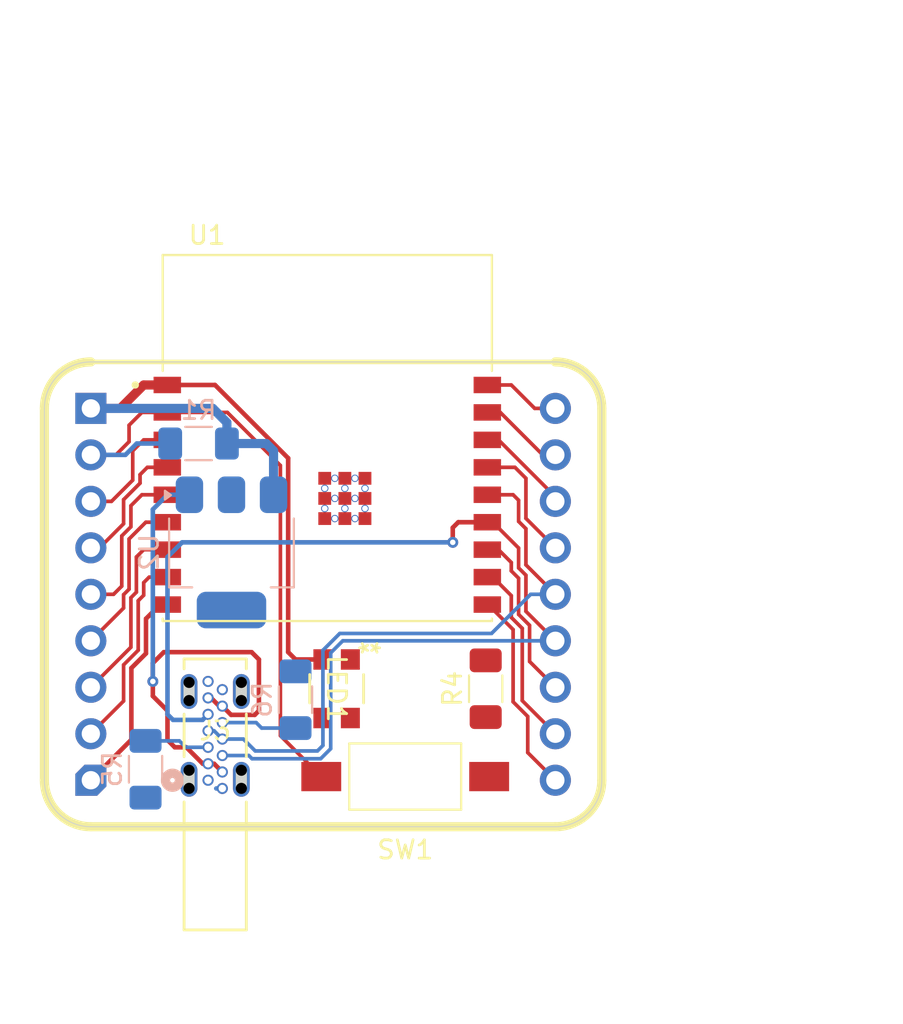
<source format=kicad_pcb>
(kicad_pcb (version 20240108) (generator "pcbnew") (generator_version "8.0")
  (layers (0 "F.Cu" signal) (1 "In1.Cu" signal "Layer 3") (2 "In2.Cu" mixed "Layer 4") (31 "B.Cu" signal) (34 "B.Paste" user) (35 "F.Paste" user) (36 "B.SilkS" user "B.Silkscreen") (37 "F.SilkS" user "F.Silkscreen") (38 "B.Mask" user) (39 "F.Mask" user) (44 "Edge.Cuts" user))
  (net 0 "")
  (net 1 "GPIO3")
  (net 2 "GND")
  (net 3 "GPIO2")
  (net 4 "GPIO1")
  (net 5 "GPIO0")
  (net 6 "GPIO4")
  (net 7 "VBUS")
  (net 8 "GPIO7")
  (net 9 "USB_D+")
  (net 10 "UART-RX")
  (net 11 "USB_D-")
  (net 12 "GPIO5")
  (net 13 "GPIO8")
  (net 14 "UART-TX")
  (net 15 "GPIO10")
  (net 16 "EN")
  (net 17 "GPIO9")
  (net 18 "3V3")
  (net 19 "GPIO6")
  (net 21 "Net-(LED1-GND-Pad1)")
  (net 22 "Net-(J3-CC2)")
  (net 23 "Net-(J3-CC1)")
  (footprint "Alexander Footprint Library:ESP32-C3-WROOM-02-H4" (layer "F.Cu") (at 156.94 61.1)
    (property "Reference" "U1" (at -6.575 -11.085 0) (layer "F.SilkS"))
    (property "Value" "ESP32-C3-WROOM-02-N4")
    (fp_line (start -9 -10) (end -9 -3.67) (stroke (width 0.127)) (layer "F.SilkS"))
    (fp_line (start -9 10) (end -9 9.87) (stroke (width 0.127)) (layer "F.SilkS"))
    (fp_line (start -9 10) (end 9 10) (stroke (width 0.127)) (layer "F.SilkS"))
    (fp_line (start 9 -10) (end -9 -10) (stroke (width 0.127)) (layer "F.SilkS"))
    (fp_line (start 9 -3.67) (end 9 -10) (stroke (width 0.127)) (layer "F.SilkS"))
    (fp_line (start 9 10) (end 9 9.87) (stroke (width 0.127)) (layer "F.SilkS"))
    (fp_circle (center -10.5 -2.9) (end -10.4 -2.9) (stroke (width 0.2)) (fill none) (layer "F.SilkS"))
    (pad "1" smd rect (at -8.75 -2.9) (size 1.5 0.9) (layers "F.Cu" "F.Paste" "F.Mask") (net 18 "3V3"))
    (pad "2" smd rect (at -8.75 -1.4) (size 1.5 0.9) (layers "F.Cu" "F.Paste" "F.Mask") (net 16 "EN"))
    (pad "3" smd rect (at -8.75 0.1) (size 1.5 0.9) (layers "F.Cu" "F.Paste" "F.Mask") (net 6 "GPIO4"))
    (pad "4" smd rect (at -8.75 1.6) (size 1.5 0.9) (layers "F.Cu" "F.Paste" "F.Mask") (net 12 "GPIO5"))
    (pad "5" smd rect (at -8.75 3.1) (size 1.5 0.9) (layers "F.Cu" "F.Paste" "F.Mask") (net 19 "GPIO6"))
    (pad "6" smd rect (at -8.75 4.6) (size 1.5 0.9) (layers "F.Cu" "F.Paste" "F.Mask") (net 8 "GPIO7"))
    (pad "7" smd rect (at -8.75 6.1) (size 1.5 0.9) (layers "F.Cu" "F.Paste" "F.Mask") (net 13 "GPIO8"))
    (pad "8" smd rect (at -8.75 7.6) (size 1.5 0.9) (layers "F.Cu" "F.Paste" "F.Mask") (net 17 "GPIO9"))
    (pad "9" smd rect (at -8.75 9.1) (size 1.5 0.9) (layers "F.Cu" "F.Paste" "F.Mask") (net 2 "GND"))
    (pad "10" smd rect (at 8.75 9.1) (size 1.5 0.9) (layers "F.Cu" "F.Paste" "F.Mask") (net 15 "GPIO10"))
    (pad "11" smd rect (at 8.75 7.6) (size 1.5 0.9) (layers "F.Cu" "F.Paste" "F.Mask") (net 10 "UART-RX"))
    (pad "12" smd rect (at 8.75 6.1) (size 1.5 0.9) (layers "F.Cu" "F.Paste" "F.Mask") (net 14 "UART-TX"))
    (pad "13" smd rect (at 8.75 4.6) (size 1.5 0.9) (layers "F.Cu" "F.Paste" "F.Mask") (net 11 "USB_D-"))
    (pad "14" smd rect (at 8.75 3.1) (size 1.5 0.9) (layers "F.Cu" "F.Paste" "F.Mask") (net 9 "USB_D+"))
    (pad "15" smd rect (at 8.75 1.6) (size 1.5 0.9) (layers "F.Cu" "F.Paste" "F.Mask") (net 1 "GPIO3"))
    (pad "16" smd rect (at 8.75 0.1) (size 1.5 0.9) (layers "F.Cu" "F.Paste" "F.Mask") (net 3 "GPIO2"))
    (pad "17" smd rect (at 8.75 -1.4) (size 1.5 0.9) (layers "F.Cu" "F.Paste" "F.Mask") (net 4 "GPIO1"))
    (pad "18" smd rect (at 8.75 -2.9) (size 1.5 0.9) (layers "F.Cu" "F.Paste" "F.Mask") (net 5 "GPIO0"))
    (pad "19" smd rect (at -0.14 2.2) (size 0.7 0.7) (layers "F.Cu" "F.Paste" "F.Mask") (net 2 "GND"))
    (pad "20" smd rect (at 0.96 2.2) (size 0.7 0.7) (layers "F.Cu" "F.Paste" "F.Mask") (net 2 "GND"))
    (pad "21" smd rect (at 2.06 2.2) (size 0.7 0.7) (layers "F.Cu" "F.Paste" "F.Mask") (net 2 "GND"))
    (pad "22" smd rect (at -0.14 3.3) (size 0.7 0.7) (layers "F.Cu" "F.Paste" "F.Mask") (net 2 "GND"))
    (pad "23" smd rect (at 0.96 3.3) (size 0.7 0.7) (layers "F.Cu" "F.Paste" "F.Mask") (net 2 "GND"))
    (pad "24" smd rect (at 2.06 3.3) (size 0.7 0.7) (layers "F.Cu" "F.Paste" "F.Mask") (net 2 "GND"))
    (pad "25" smd rect (at -0.14 4.4) (size 0.7 0.7) (layers "F.Cu" "F.Paste" "F.Mask") (net 2 "GND"))
    (pad "26" smd rect (at 0.96 4.4) (size 0.7 0.7) (layers "F.Cu" "F.Paste" "F.Mask") (net 2 "GND"))
    (pad "27" smd rect (at 2.06 4.4) (size 0.7 0.7) (layers "F.Cu" "F.Paste" "F.Mask") (net 2 "GND"))
    (pad "28" thru_hole circle (at 0.41 2.2) (size 0.4 0.4) (drill 0.3) (layers "*.Cu") (net 2 "GND"))
    (pad "29" thru_hole circle (at 1.51 2.2) (size 0.4 0.4) (drill 0.3) (layers "*.Cu") (net 2 "GND"))
    (pad "30" thru_hole circle (at -0.14 2.75) (size 0.4 0.4) (drill 0.3) (layers "*.Cu") (net 2 "GND"))
    (pad "31" thru_hole circle (at 0.96 2.75) (size 0.4 0.4) (drill 0.3) (layers "*.Cu") (net 2 "GND"))
    (pad "32" thru_hole circle (at 2.06 2.75) (size 0.4 0.4) (drill 0.3) (layers "*.Cu") (net 2 "GND"))
    (pad "33" thru_hole circle (at 0.41 3.3) (size 0.4 0.4) (drill 0.3) (layers "*.Cu") (net 2 "GND"))
    (pad "34" thru_hole circle (at 1.51 3.3) (size 0.4 0.4) (drill 0.3) (layers "*.Cu") (net 2 "GND"))
    (pad "35" thru_hole circle (at -0.14 3.85) (size 0.4 0.4) (drill 0.3) (layers "*.Cu") (net 2 "GND"))
    (pad "36" thru_hole circle (at 0.96 3.85) (size 0.4 0.4) (drill 0.3) (layers "*.Cu") (net 2 "GND"))
    (pad "37" thru_hole circle (at 2.06 3.85) (size 0.4 0.4) (drill 0.3) (layers "*.Cu") (net 2 "GND"))
    (pad "38" thru_hole circle (at 0.41 4.4) (size 0.4 0.4) (drill 0.3) (layers "*.Cu") (net 2 "GND"))
    (pad "39" thru_hole circle (at 1.51 4.4) (size 0.4 0.4) (drill 0.3) (layers "*.Cu") (net 2 "GND"))
  )
  (footprint "Alexander Footprint Library:B1552_HVK-M" (layer "F.Cu") (at 157.449999 74.8002 -90)
    (property "Reference" "LED1" (at 0 0 -90) (layer "F.SilkS"))
    (property "Value" "LED-RED-GREEN-B1552USUG20D")
    (fp_line (start -0.777373 1.4732) (end 0.777373 1.4732) (stroke (width 0.1524)) (layer "F.SilkS"))
    (fp_line (start -0.777373 -1.4732) (end 0.777373 -1.4732) (stroke (width 0.1524)) (layer "F.SilkS"))
    (fp_text user "*" (at -2.2352 -1.8041 -90) (layer "F.SilkS"))
    (fp_text user "*" (at -2.2352 -1.8041 90) (layer "F.SilkS"))
    (pad "1" smd rect (at -1.6002 -0.750001 270) (size 1.1176 1.0414) (layers "F.Cu" "F.Paste" "F.Mask") (net 21 "Net-(LED1-GND-Pad1)"))
    (pad "2" smd rect (at -1.6002 0.750001 270) (size 1.1176 1.0414) (layers "F.Cu" "F.Paste" "F.Mask") (net 18 "3V3"))
    (pad "3" smd rect (at 1.6002 0.750001 270) (size 1.1176 1.0414) (layers "F.Cu" "F.Paste" "F.Mask"))
    (pad "4" smd rect (at 1.6002 -0.750001 270) (size 1.1176 1.0414) (layers "F.Cu" "F.Paste" "F.Mask") (net 21 "Net-(LED1-GND-Pad1)"))
  )
  (footprint "Alexander Footprint Library:USB-C_KUSBX-SL-CS1N14-B_KYC" (layer "F.Cu") (at 150.419999 79.799999)
    (property "Reference" "J3" (at 0.39 -2.7 0) (layer "F.SilkS"))
    (property "Value" "USB-C_KUSBX-SL-CS1N14-B")
    (fp_circle (center -1.9468 0) (end -1.5658 0) (stroke (width 0.508)) (fill none) (layer "B.SilkS"))
    (fp_line (start -1.3118 -6.627) (end -1.3118 -6.087007) (stroke (width 0.1524)) (layer "F.SilkS"))
    (fp_line (start -1.3118 -3.612992) (end -1.3118 -1.287007) (stroke (width 0.1524)) (layer "F.SilkS"))
    (fp_line (start -1.3118 1.187007) (end -1.3118 8.1812) (stroke (width 0.1524)) (layer "F.SilkS"))
    (fp_line (start -1.3118 8.1812) (end 2.0918 8.1812) (stroke (width 0.1524)) (layer "F.SilkS"))
    (fp_line (start 2.0918 -6.627) (end -1.3118 -6.627) (stroke (width 0.1524)) (layer "F.SilkS"))
    (fp_line (start 2.0918 -6.087007) (end 2.0918 -6.627) (stroke (width 0.1524)) (layer "F.SilkS"))
    (fp_line (start 2.0918 -1.287007) (end 2.0918 -3.612992) (stroke (width 0.1524)) (layer "F.SilkS"))
    (fp_line (start 2.0918 8.1812) (end 2.0918 1.187007) (stroke (width 0.1524)) (layer "F.SilkS"))
    (fp_line (start -1.04 -4.354699) (end -1.04 -5.345299) (stroke (width 0.6096)) (layer "Edge.Cuts"))
    (fp_line (start -1.04 0.4453) (end -1.04 -0.5453) (stroke (width 0.6096)) (layer "Edge.Cuts"))
    (fp_line (start 1.82 -4.354699) (end 1.82 -5.345299) (stroke (width 0.6096)) (layer "Edge.Cuts"))
    (fp_line (start 1.82 0.4453) (end 1.82 -0.5453) (stroke (width 0.6096)) (layer "Edge.Cuts"))
    (pad "" np_thru_hole circle (at -1.04 -5.345299) (size 0.6096 0.6096) (drill 0.6096) (layers))
    (pad "" np_thru_hole circle (at -1.04 -4.354699) (size 0.6096 0.6096) (drill 0.6096) (layers))
    (pad "" np_thru_hole circle (at -1.04 -0.5453) (size 0.6096 0.6096) (drill 0.6096) (layers))
    (pad "" np_thru_hole circle (at -1.04 0.4453) (size 0.6096 0.6096) (drill 0.6096) (layers))
    (pad "" np_thru_hole circle (at 1.82 -5.345299) (size 0.6096 0.6096) (drill 0.6096) (layers))
    (pad "" np_thru_hole circle (at 1.82 -4.354699) (size 0.6096 0.6096) (drill 0.6096) (layers))
    (pad "" np_thru_hole circle (at 1.82 -0.5453) (size 0.6096 0.6096) (drill 0.6096) (layers))
    (pad "" np_thru_hole circle (at 1.82 0.4453) (size 0.6096 0.6096) (drill 0.6096) (layers))
    (pad "A1" thru_hole circle (at 0 0) (size 0.6096 0.6096) (drill 0.4064) (layers "*.Cu" "*.Mask") (net 2 "GND"))
    (pad "A4" thru_hole circle (at 0 -0.900001) (size 0.6096 0.6096) (drill 0.4064) (layers "*.Cu" "*.Mask") (net 7 "VBUS"))
    (pad "A5" thru_hole circle (at 0 -1.799999) (size 0.6096 0.6096) (drill 0.4064) (layers "*.Cu" "*.Mask") (net 23 "Net-(J3-CC1)"))
    (pad "A6" thru_hole circle (at 0 -2.7) (size 0.6096 0.6096) (drill 0.4064) (layers "*.Cu" "*.Mask") (net 9 "USB_D+"))
    (pad "A7" thru_hole circle (at 0 -3.6) (size 0.6096 0.6096) (drill 0.4064) (layers "*.Cu" "*.Mask") (net 11 "USB_D-"))
    (pad "A9" thru_hole circle (at 0 -4.499999) (size 0.6096 0.6096) (drill 0.4064) (layers "*.Cu" "*.Mask") (net 7 "VBUS"))
    (pad "A12" thru_hole circle (at 0 -5.399999) (size 0.6096 0.6096) (drill 0.4064) (layers "*.Cu" "*.Mask") (net 2 "GND"))
    (pad "B1" thru_hole circle (at 0.780001 -4.949999) (size 0.6096 0.6096) (drill 0.4064) (layers "*.Cu" "*.Mask") (net 2 "GND"))
    (pad "B4" thru_hole circle (at 0.780001 -4.049999) (size 0.6096 0.6096) (drill 0.4064) (layers "*.Cu" "*.Mask") (net 7 "VBUS"))
    (pad "B5" thru_hole circle (at 0.780001 -3.149999) (size 0.6096 0.6096) (drill 0.4064) (layers "*.Cu" "*.Mask") (net 22 "Net-(J3-CC2)"))
    (pad "B6" thru_hole circle (at 0.780001 -2.249999) (size 0.6096 0.6096) (drill 0.4064) (layers "*.Cu" "*.Mask") (net 9 "USB_D+"))
    (pad "B7" thru_hole circle (at 0.780001 -1.349999) (size 0.6096 0.6096) (drill 0.4064) (layers "*.Cu" "*.Mask") (net 11 "USB_D-"))
    (pad "B9" thru_hole circle (at 0.780001 -0.449999) (size 0.6096 0.6096) (drill 0.4064) (layers "*.Cu" "*.Mask") (net 7 "VBUS"))
    (pad "B12" thru_hole circle (at 0.780001 0.450001) (size 0.6096 0.6096) (drill 0.4064) (layers "*.Cu" "*.Mask") (net 2 "GND"))
    (pad "S_1" thru_hole oval (at -1.04 -0.05 90) (size 1.905 0.9144) (drill 0.0254) (layers "*.Cu" "*.Mask"))
    (pad "S_2" thru_hole oval (at 1.82 -0.05 90) (size 1.905 0.9144) (drill 0.0254) (layers "*.Cu" "*.Mask"))
    (pad "S_3" thru_hole oval (at -1.04 -4.849999 90) (size 1.905 0.9144) (drill 0.0254) (layers "*.Cu" "*.Mask"))
    (pad "S_4" thru_hole oval (at 1.82 -4.849999 90) (size 1.905 0.9144) (drill 0.0254) (layers "*.Cu" "*.Mask"))
  )
  (footprint "Alexander Footprint Library:SW_SPST_6x3" (layer "F.Cu") (at 161.2 79.6 180)
    (property "Reference" "SW1" (at 0 -4 0) (layer "F.SilkS"))
    (property "Value" "SW_Push")
    (fp_line (start 3.06 1.81) (end -3.06 1.81) (stroke (width 0.12)) (layer "F.SilkS"))
    (fp_line (start 3.06 -1.81) (end 3.06 1.81) (stroke (width 0.12)) (layer "F.SilkS"))
    (fp_line (start -3.06 1.81) (end -3.06 -1.81) (stroke (width 0.12)) (layer "F.SilkS"))
    (fp_line (start -3.06 -1.81) (end 3.06 -1.81) (stroke (width 0.12)) (layer "F.SilkS"))
    (pad "1" smd rect (at -4.59 0 180) (size 2.18 1.6) (layers "F.Cu" "F.Paste" "F.Mask") (net 2 "GND"))
    (pad "2" smd rect (at 4.59 0 180) (size 2.18 1.6) (layers "F.Cu" "F.Paste" "F.Mask") (net 16 "EN"))
  )
  (footprint "Alexander Footprint Library:Conn_ESP32-C3-WROOM-02" (layer "F.Cu") (at 159.25 64.56)
    (property "Reference" "J2" (hide yes))
    (property "Value" "~")
    (fp_line (start -17.78 -5.08) (end -17.78 15.24) (stroke (width 0.5)) (layer "F.SilkS"))
    (fp_line (start -15.24 -7.62) (end 10.16 -7.62) (stroke (width 0.25)) (layer "F.SilkS"))
    (fp_line (start -15.24 17.78) (end 10.16 17.78) (stroke (width 0.5)) (layer "F.SilkS"))
    (fp_line (start 12.7 -5.08) (end 12.7 15.24) (stroke (width 0.5)) (layer "F.SilkS"))
    (fp_arc (start -17.78 -5.08) (mid -17.036051 -6.876051) (end -15.24 -7.62) (stroke (width 0.5)) (layer "F.SilkS"))
    (fp_arc (start -15.24 17.78) (mid -17.036051 17.036051) (end -17.78 15.24) (stroke (width 0.5)) (layer "F.SilkS"))
    (fp_arc (start 10.16 -7.62) (mid 11.956051 -6.876051) (end 12.7 -5.08) (stroke (width 0.5)) (layer "F.SilkS"))
    (fp_arc (start 12.7 15.24) (mid 11.956051 17.036051) (end 10.16 17.78) (stroke (width 0.5)) (layer "F.SilkS"))
    (fp_line (start -17.78 15.24) (end -17.78 -5.08) (stroke (width 0.05)) (layer "Edge.Cuts"))
    (fp_line (start -15.24 -7.62) (end 10.16 -7.62) (stroke (width 0.05)) (layer "Edge.Cuts"))
    (fp_line (start 10.16 17.78) (end -15.24 17.78) (stroke (width 0.05)) (layer "Edge.Cuts"))
    (fp_line (start 12.7 -5.08) (end 12.7 15.24) (stroke (width 0.05)) (layer "Edge.Cuts"))
    (fp_arc (start -17.78 -5.08) (mid -17.036051 -6.876051) (end -15.24 -7.62) (stroke (width 0.05)) (layer "Edge.Cuts"))
    (fp_arc (start -15.24 17.78) (mid -17.036051 17.036051) (end -17.78 15.24) (stroke (width 0.05)) (layer "Edge.Cuts"))
    (fp_arc (start 10.16 -7.62) (mid 11.956051 -6.876051) (end 12.7 -5.08) (stroke (width 0.05)) (layer "Edge.Cuts"))
    (fp_arc (start 12.7 15.24) (mid 11.956051 17.036051) (end 10.16 17.78) (stroke (width 0.05)) (layer "Edge.Cuts"))
    (pad "1" thru_hole rect (at -15.24 -5.08) (size 1.7 1.7) (drill 1) (layers "*.Cu" "*.Mask") (net 18 "3V3"))
    (pad "2" thru_hole circle (at -15.24 -2.54) (size 1.7 1.7) (drill 1) (layers "*.Cu" "*.Mask") (net 16 "EN"))
    (pad "3" thru_hole circle (at -15.24 0) (size 1.7 1.7) (drill 1) (layers "*.Cu" "*.Mask") (net 6 "GPIO4"))
    (pad "4" thru_hole circle (at -15.24 2.54) (size 1.7 1.7) (drill 1) (layers "*.Cu" "*.Mask") (net 12 "GPIO5"))
    (pad "5" thru_hole circle (at -15.24 5.08) (size 1.7 1.7) (drill 1) (layers "*.Cu" "*.Mask") (net 19 "GPIO6"))
    (pad "6" thru_hole circle (at -15.24 7.62) (size 1.7 1.7) (drill 1) (layers "*.Cu" "*.Mask") (net 8 "GPIO7"))
    (pad "7" thru_hole circle (at -15.24 10.16) (size 1.7 1.7) (drill 1) (layers "*.Cu" "*.Mask") (net 13 "GPIO8"))
    (pad "8" thru_hole circle (at -15.24 12.7) (size 1.7 1.7) (drill 1) (layers "*.Cu" "*.Mask") (net 17 "GPIO9"))
    (pad "9" thru_hole roundrect (at -15.24 15.24) (size 1.7 1.7) (drill 1) (layers "*.Cu" "*.Mask") (roundrect_rratio 0) (chamfer_ratio 0.3) (chamfer top_left bottom_right) (net 2 "GND"))
    (pad "10" thru_hole circle (at 10.16 15.24) (size 1.7 1.7) (drill 1) (layers "*.Cu" "*.Mask") (net 15 "GPIO10"))
    (pad "11" thru_hole circle (at 10.16 12.7) (size 1.7 1.7) (drill 1) (layers "*.Cu" "*.Mask") (net 10 "UART-RX"))
    (pad "12" thru_hole circle (at 10.16 10.16) (size 1.7 1.7) (drill 1) (layers "*.Cu" "*.Mask") (net 14 "UART-TX"))
    (pad "13" thru_hole circle (at 10.16 7.62) (size 1.7 1.7) (drill 1) (layers "*.Cu" "*.Mask") (net 11 "USB_D-"))
    (pad "14" thru_hole circle (at 10.16 5.08) (size 1.7 1.7) (drill 1) (layers "*.Cu" "*.Mask") (net 9 "USB_D+"))
    (pad "15" thru_hole circle (at 10.16 2.54) (size 1.7 1.7) (drill 1) (layers "*.Cu" "*.Mask") (net 1 "GPIO3"))
    (pad "16" thru_hole circle (at 10.16 0) (size 1.7 1.7) (drill 1) (layers "*.Cu" "*.Mask") (net 3 "GPIO2"))
    (pad "17" thru_hole circle (at 10.16 -2.54) (size 1.7 1.7) (drill 1) (layers "*.Cu" "*.Mask") (net 4 "GPIO1"))
    (pad "18" thru_hole circle (at 10.16 -5.08) (size 1.7 1.7) (drill 1) (layers "*.Cu" "*.Mask") (net 5 "GPIO0"))
  )
  (footprint "Resistor_SMD:R_1206_3216Metric_Pad1.30x1.75mm_HandSolder" (layer "F.Cu") (at 165.6 74.8 90)
    (property "Reference" "R4" (at 0 -1.82 90) (layer "F.SilkS"))
    (property "Value" "5k1")
    (fp_line (start -0.727064 -0.91) (end 0.727064 -0.91) (stroke (width 0.12)) (layer "F.SilkS"))
    (fp_line (start -0.727064 0.91) (end 0.727064 0.91) (stroke (width 0.12)) (layer "F.SilkS"))
    (pad "1" smd roundrect (at -1.55 0 90) (size 1.3 1.75) (layers "F.Cu" "F.Paste" "F.Mask") (roundrect_rratio 0.192308) (net 2 "GND"))
    (pad "2" smd roundrect (at 1.55 0 90) (size 1.3 1.75) (layers "F.Cu" "F.Paste" "F.Mask") (roundrect_rratio 0.192308) (net 21 "Net-(LED1-GND-Pad1)"))
  )
  (footprint "Package_TO_SOT_SMD:SOT-223-3_TabPin2" (layer "B.Cu") (at 151.7 67.35 -90)
    (property "Reference" "U2" (at 0 4.5 90) (layer "B.SilkS") (effects (justify mirror)))
    (property "Value" "AMS1117-3V3")
    (fp_line (start 1.91 3.41) (end -1.85 3.41) (stroke (width 0.12)) (layer "B.SilkS"))
    (fp_line (start 1.91 2.15) (end 1.91 3.41) (stroke (width 0.12)) (layer "B.SilkS"))
    (fp_line (start 1.91 -2.15) (end 1.91 -3.41) (stroke (width 0.12)) (layer "B.SilkS"))
    (fp_line (start 1.91 -3.41) (end -1.85 -3.41) (stroke (width 0.12)) (layer "B.SilkS"))
    (fp_poly (pts (xy -3.13 3.31) (xy -3.37 3.64) (xy -2.89 3.64) (xy -3.13 3.31)) (stroke (width 0.12)) (fill solid) (layer "B.SilkS"))
    (pad "1" smd roundrect (at -3.15 2.3 270) (size 2 1.5) (layers "B.Cu" "B.Paste" "B.Mask") (net 7 "VBUS"))
    (pad "2" smd roundrect (at -3.15 0 270) (size 2 1.5) (layers "B.Cu" "B.Paste" "B.Mask") (net 2 "GND"))
    (pad "2" smd roundrect (at 3.15 0 270) (size 2 3.8) (layers "B.Cu" "B.Paste" "B.Mask") (net 2 "GND"))
    (pad "3" smd roundrect (at -3.15 -2.3 270) (size 2 1.5) (layers "B.Cu" "B.Paste" "B.Mask") (net 18 "3V3"))
  )
  (footprint "Resistor_SMD:R_1206_3216Metric_Pad1.30x1.75mm_HandSolder" (layer "B.Cu") (at 149.9 61.4 180)
    (property "Reference" "R1" (at 0 1.82 0) (layer "B.SilkS") (effects (justify mirror)))
    (property "Value" "10k")
    (fp_line (start 0.727064 0.91) (end -0.727064 0.91) (stroke (width 0.12)) (layer "B.SilkS"))
    (fp_line (start 0.727064 -0.91) (end -0.727064 -0.91) (stroke (width 0.12)) (layer "B.SilkS"))
    (pad "1" smd roundrect (at -1.55 0 180) (size 1.3 1.75) (layers "B.Cu" "B.Paste" "B.Mask") (roundrect_rratio 0.192308) (net 18 "3V3"))
    (pad "2" smd roundrect (at 1.55 0 180) (size 1.3 1.75) (layers "B.Cu" "B.Paste" "B.Mask") (roundrect_rratio 0.192308) (net 16 "EN"))
  )
  (footprint "Resistor_SMD:R_1206_3216Metric_Pad1.30x1.75mm_HandSolder" (layer "B.Cu") (at 147 79.2 -90)
    (property "Reference" "R5" (at 0 1.82 90) (layer "B.SilkS") (effects (justify mirror)))
    (property "Value" "5k1")
    (fp_line (start 0.727064 0.91) (end -0.727064 0.91) (stroke (width 0.12)) (layer "B.SilkS"))
    (fp_line (start 0.727064 -0.91) (end -0.727064 -0.91) (stroke (width 0.12)) (layer "B.SilkS"))
    (pad "1" smd roundrect (at -1.55 0 270) (size 1.3 1.75) (layers "B.Cu" "B.Paste" "B.Mask") (roundrect_rratio 0.192308) (net 23 "Net-(J3-CC1)"))
    (pad "2" smd roundrect (at 1.55 0 270) (size 1.3 1.75) (layers "B.Cu" "B.Paste" "B.Mask") (roundrect_rratio 0.192308) (net 2 "GND"))
  )
  (footprint "Resistor_SMD:R_1206_3216Metric_Pad1.30x1.75mm_HandSolder" (layer "B.Cu") (at 155.2 75.4 -90)
    (property "Reference" "R6" (at 0 1.82 90) (layer "B.SilkS") (effects (justify mirror)))
    (property "Value" "5k1")
    (fp_line (start 0.727064 0.91) (end -0.727064 0.91) (stroke (width 0.12)) (layer "B.SilkS"))
    (fp_line (start 0.727064 -0.91) (end -0.727064 -0.91) (stroke (width 0.12)) (layer "B.SilkS"))
    (pad "1" smd roundrect (at -1.55 0 270) (size 1.3 1.75) (layers "B.Cu" "B.Paste" "B.Mask") (roundrect_rratio 0.192308) (net 2 "GND"))
    (pad "2" smd roundrect (at 1.55 0 270) (size 1.3 1.75) (layers "B.Cu" "B.Paste" "B.Mask") (roundrect_rratio 0.192308) (net 22 "Net-(J3-CC2)"))
  )
  (segment (start 167.2 62.7) (end 167.8 63.3) (width 0.2) (layer "F.Cu") (net 1))
  (segment (start 165.69 62.7) (end 167.2 62.7) (width 0.2) (layer "F.Cu") (net 1))
  (segment (start 167.8 63.3) (end 167.8 65.49) (width 0.2) (layer "F.Cu") (net 1))
  (segment (start 167.8 65.49) (end 169.41 67.1) (width 0.2) (layer "F.Cu") (net 1))
  (segment (start 147.025 70.975) (end 147.025 72.871726) (width 0.25) (layer "F.Cu") (net 2))
  (segment (start 148.19 70.2) (end 147.8 70.2) (width 0.25) (layer "F.Cu") (net 2))
  (segment (start 147.025 72.871726) (end 146.225 73.671726) (width 0.25) (layer "F.Cu") (net 2))
  (segment (start 165.55 79.36) (end 165.79 79.6) (width 0.25) (layer "F.Cu") (net 2))
  (segment (start 146.225 77.585) (end 144.01 79.8) (width 0.25) (layer "F.Cu") (net 2))
  (segment (start 147.8 70.2) (end 147.025 70.975) (width 0.25) (layer "F.Cu") (net 2))
  (segment (start 146.225 73.671726) (end 146.225 77.585) (width 0.25) (layer "F.Cu") (net 2))
  (segment (start 150.87 80.25) (end 151.2 80.25) (width 0.25) (layer "B.Cu") (net 2))
  (segment (start 165.69 61.2) (end 166.3 61.2) (width 0.2) (layer "F.Cu") (net 3))
  (segment (start 166.3 61.2) (end 169.41 64.31) (width 0.2) (layer "F.Cu") (net 3))
  (segment (start 169.41 64.31) (end 169.41 64.56) (width 0.2) (layer "F.Cu") (net 3))
  (segment (start 165.69 59.7) (end 166.4 59.7) (width 0.2) (layer "F.Cu") (net 4))
  (segment (start 166.4 59.7) (end 168.72 62.02) (width 0.2) (layer "F.Cu") (net 4))
  (segment (start 168.72 62.02) (end 169.41 62.02) (width 0.2) (layer "F.Cu") (net 4))
  (segment (start 168.28 59.48) (end 167 58.2) (width 0.2) (layer "F.Cu") (net 5))
  (segment (start 167 58.2) (end 165.69 58.2) (width 0.2) (layer "F.Cu") (net 5))
  (segment (start 169.41 59.48) (end 168.28 59.48) (width 0.2) (layer "F.Cu") (net 5))
  (segment (start 148.19 61.2) (end 146.9 61.2) (width 0.2) (layer "F.Cu") (net 6))
  (segment (start 146.9 61.2) (end 146.3 61.8) (width 0.2) (layer "F.Cu") (net 6))
  (segment (start 146.3 63.4) (end 145.14 64.56) (width 0.2) (layer "F.Cu") (net 6))
  (segment (start 146.3 61.8) (end 146.3 63.4) (width 0.2) (layer "F.Cu") (net 6))
  (segment (start 145.14 64.56) (end 144.01 64.56) (width 0.2) (layer "F.Cu") (net 6))
  (segment (start 150.582551 75.3) (end 151.032551 75.75) (width 0.25) (layer "F.Cu") (net 7))
  (segment (start 147.4 75.2) (end 148.2 76) (width 0.25) (layer "F.Cu") (net 7))
  (segment (start 151.6775 76.2275) (end 151.2 75.75) (width 0.25) (layer "F.Cu") (net 7))
  (segment (start 152.8 72.8) (end 153.2 73.2) (width 0.25) (layer "F.Cu") (net 7))
  (segment (start 153.2 73.2) (end 153.2 76) (width 0.25) (layer "F.Cu") (net 7))
  (segment (start 150.749998 78.899998) (end 150.419999 78.899998) (width 0.25) (layer "F.Cu") (net 7))
  (segment (start 148 72.8) (end 152.8 72.8) (width 0.25) (layer "F.Cu") (net 7))
  (segment (start 152.9725 76.2275) (end 151.6775 76.2275) (width 0.25) (layer "F.Cu") (net 7))
  (segment (start 148.2 76) (end 148.2 77.6) (width 0.25) (layer "F.Cu") (net 7))
  (segment (start 153.2 76) (end 152.9725 76.2275) (width 0.25) (layer "F.Cu") (net 7))
  (segment (start 151.032551 75.75) (end 151.2 75.75) (width 0.25) (layer "F.Cu") (net 7))
  (segment (start 147.4 74.4) (end 147.4 73.4) (width 0.25) (layer "F.Cu") (net 7))
  (segment (start 149.231498 78) (end 150.131496 78.899998) (width 0.25) (layer "F.Cu") (net 7))
  (segment (start 148.2 77.6) (end 148.6 78) (width 0.25) (layer "F.Cu") (net 7))
  (segment (start 150.131496 78.899998) (end 150.429325 78.899998) (width 0.25) (layer "F.Cu") (net 7))
  (segment (start 147.4 73.4) (end 148 72.8) (width 0.25) (layer "F.Cu") (net 7))
  (segment (start 150.749998 78.899998) (end 151.2 79.35) (width 0.25) (layer "F.Cu") (net 7))
  (segment (start 147.4 74.4) (end 147.4 75.2) (width 0.25) (layer "F.Cu") (net 7))
  (segment (start 148.6 78) (end 149.231498 78) (width 0.25) (layer "F.Cu") (net 7))
  (segment (start 150.419999 78.899998) (end 150.6 78.899998) (width 0.25) (layer "F.Cu") (net 7))
  (via (at 147.4 74.4) (size 0.6) (drill 0.3) (layers "F.Cu" "B.Cu") (net 7))
  (segment (start 148.2 64.2) (end 149.4 64.2) (width 0.25) (layer "B.Cu") (net 7))
  (segment (start 147.4 65) (end 148.2 64.2) (width 0.25) (layer "B.Cu") (net 7))
  (segment (start 147.4 74.4) (end 147.4 65) (width 0.25) (layer "B.Cu") (net 7))
  (segment (start 148.19 65.7) (end 147.015686 65.7) (width 0.2) (layer "F.Cu") (net 8))
  (segment (start 146.1 66.615686) (end 146.1 69.358628) (width 0.2) (layer "F.Cu") (net 8))
  (segment (start 146.1 69.358628) (end 145.8 69.658628) (width 0.2) (layer "F.Cu") (net 8))
  (segment (start 145.8 69.658628) (end 145.8 70.39) (width 0.2) (layer "F.Cu") (net 8))
  (segment (start 147.015686 65.7) (end 146.1 66.615686) (width 0.2) (layer "F.Cu") (net 8))
  (segment (start 145.8 70.39) (end 144.01 72.18) (width 0.2) (layer "F.Cu") (net 8))
  (segment (start 167.8 66.055686) (end 167.8 68.03) (width 0.2) (layer "F.Cu") (net 9))
  (segment (start 165.69 64.2) (end 167.1 64.2) (width 0.2) (layer "F.Cu") (net 9))
  (segment (start 167.8 68.03) (end 169.41 69.64) (width 0.2) (layer "F.Cu") (net 9))
  (segment (start 167.4 64.5) (end 167.4 65.655686) (width 0.2) (layer "F.Cu") (net 9))
  (segment (start 167.1 64.2) (end 167.4 64.5) (width 0.2) (layer "F.Cu") (net 9))
  (segment (start 167.4 65.655686) (end 167.8 66.055686) (width 0.2) (layer "F.Cu") (net 9))
  (segment (start 150.749999 77.099999) (end 151.2 77.55) (width 0.2) (layer "B.Cu") (net 9))
  (segment (start 165.92 71.78) (end 168.06 69.64) (width 0.2) (layer "B.Cu") (net 9))
  (segment (start 153 78.2) (end 156.4 78.2) (width 0.2) (layer "B.Cu") (net 9))
  (segment (start 156.4 78.2) (end 156.7 77.9) (width 0.2) (layer "B.Cu") (net 9))
  (segment (start 156.7 72.7) (end 157.62 71.78) (width 0.2) (layer "B.Cu") (net 9))
  (segment (start 151.2 77.55) (end 152.35 77.55) (width 0.2) (layer "B.Cu") (net 9))
  (segment (start 157.62 71.78) (end 165.92 71.78) (width 0.2) (layer "B.Cu") (net 9))
  (segment (start 156.7 77.9) (end 156.7 72.7) (width 0.2) (layer "B.Cu") (net 9))
  (segment (start 152.35 77.55) (end 153 78.2) (width 0.2) (layer "B.Cu") (net 9))
  (segment (start 150.419999 77.099999) (end 150.749999 77.099999) (width 0.2) (layer "B.Cu") (net 9))
  (segment (start 168.06 69.64) (end 169.41 69.64) (width 0.2) (layer "B.Cu") (net 9))
  (segment (start 167 69.71) (end 167 70.901372) (width 0.2) (layer "F.Cu") (net 10))
  (segment (start 167.6 71.501372) (end 167.6 75.45) (width 0.2) (layer "F.Cu") (net 10))
  (segment (start 165.99 68.7) (end 167 69.71) (width 0.2) (layer "F.Cu") (net 10))
  (segment (start 165.69 68.7) (end 165.99 68.7) (width 0.2) (layer "F.Cu") (net 10))
  (segment (start 167 70.901372) (end 167.6 71.501372) (width 0.2) (layer "F.Cu") (net 10))
  (segment (start 167.6 75.45) (end 169.41 77.26) (width 0.2) (layer "F.Cu") (net 10))
  (segment (start 164.1 65.7) (end 165.69 65.7) (width 0.25) (layer "F.Cu") (net 11))
  (segment (start 167.4 67.11) (end 167.4 68.195686) (width 0.2) (layer "F.Cu") (net 11))
  (segment (start 167.4 68.195686) (end 167.8 68.595686) (width 0.2) (layer "F.Cu") (net 11))
  (segment (start 163.8 66.8) (end 163.8 66) (width 0.25) (layer "F.Cu") (net 11))
  (segment (start 165.69 65.7) (end 165.99 65.7) (width 0.2) (layer "F.Cu") (net 11))
  (segment (start 167.8 68.595686) (end 167.8 70.57) (width 0.2) (layer "F.Cu") (net 11))
  (segment (start 165.99 65.7) (end 167.4 67.11) (width 0.2) (layer "F.Cu") (net 11))
  (segment (start 167.8 70.57) (end 169.41 72.18) (width 0.2) (layer "F.Cu") (net 11))
  (segment (start 163.8 66) (end 164.1 65.7) (width 0.25) (layer "F.Cu") (net 11))
  (via (at 163.8 66.8) (size 0.6) (drill 0.3) (layers "F.Cu" "B.Cu") (net 11))
  (segment (start 157.125 78.076041) (end 157.125 72.840686) (width 0.2) (layer "B.Cu") (net 11))
  (segment (start 148.504799 76.504799) (end 150.115199 76.504799) (width 0.25) (layer "B.Cu") (net 11))
  (segment (start 148.2 67.6) (end 148.2 76.2) (width 0.25) (layer "B.Cu") (net 11))
  (segment (start 148.2 76.2) (end 148.504799 76.504799) (width 0.25) (layer "B.Cu") (net 11))
  (segment (start 151.2 78.45) (end 152.648959 78.45) (width 0.2) (layer "B.Cu") (net 11))
  (segment (start 156.576041 78.625) (end 157.125 78.076041) (width 0.2) (layer "B.Cu") (net 11))
  (segment (start 157.785686 72.18) (end 169.41 72.18) (width 0.2) (layer "B.Cu") (net 11))
  (segment (start 163.8 66.8) (end 149 66.8) (width 0.25) (layer "B.Cu") (net 11))
  (segment (start 152.823959 78.625) (end 156.576041 78.625) (width 0.2) (layer "B.Cu") (net 11))
  (segment (start 150.115199 76.504799) (end 150.419999 76.199999) (width 0.25) (layer "B.Cu") (net 11))
  (segment (start 152.648959 78.45) (end 152.823959 78.625) (width 0.2) (layer "B.Cu") (net 11))
  (segment (start 157.125 72.840686) (end 157.785686 72.18) (width 0.2) (layer "B.Cu") (net 11))
  (segment (start 149 66.8) (end 148.2 67.6) (width 0.25) (layer "B.Cu") (net 11))
  (segment (start 148.19 62.7) (end 147.1 62.7) (width 0.2) (layer "F.Cu") (net 12))
  (segment (start 145.8 65.784314) (end 144.484314 67.1) (width 0.2) (layer "F.Cu") (net 12))
  (segment (start 146.7 63.1) (end 146.7 63.565686) (width 0.2) (layer "F.Cu") (net 12))
  (segment (start 146.7 63.565686) (end 145.8 64.465686) (width 0.2) (layer "F.Cu") (net 12))
  (segment (start 145.8 64.465686) (end 145.8 65.784314) (width 0.2) (layer "F.Cu") (net 12))
  (segment (start 144.484314 67.1) (end 144.01 67.1) (width 0.2) (layer "F.Cu") (net 12))
  (segment (start 147.1 62.7) (end 146.7 63.1) (width 0.2) (layer "F.Cu") (net 12))
  (segment (start 146.5 67.6) (end 146.499999 69.524314) (width 0.2) (layer "F.Cu") (net 13))
  (segment (start 148.19 67.2) (end 146.9 67.2) (width 0.2) (layer "F.Cu") (net 13))
  (segment (start 146.499999 69.524314) (end 146.2 69.824313) (width 0.2) (layer "F.Cu") (net 13))
  (segment (start 146.9 67.2) (end 146.5 67.6) (width 0.2) (layer "F.Cu") (net 13))
  (segment (start 146.2 69.824313) (end 146.2 72.53) (width 0.2) (layer "F.Cu") (net 13))
  (segment (start 146.2 72.53) (end 144.01 74.72) (width 0.2) (layer "F.Cu") (net 13))
  (segment (start 167.4 68.761372) (end 167.4 70.735686) (width 0.2) (layer "F.Cu") (net 14))
  (segment (start 167.4 70.735686) (end 168 71.335686) (width 0.2) (layer "F.Cu") (net 14))
  (segment (start 165.69 67.2) (end 166.3 67.2) (width 0.2) (layer "F.Cu") (net 14))
  (segment (start 167 68.361372) (end 167.4 68.761372) (width 0.2) (layer "F.Cu") (net 14))
  (segment (start 168 71.335686) (end 168 73.31) (width 0.2) (layer "F.Cu") (net 14))
  (segment (start 167 67.9) (end 167 68.361372) (width 0.2) (layer "F.Cu") (net 14))
  (segment (start 166.3 67.2) (end 167 67.9) (width 0.2) (layer "F.Cu") (net 14))
  (segment (start 168 73.31) (end 169.41 74.72) (width 0.2) (layer "F.Cu") (net 14))
  (segment (start 167.9 76.315686) (end 167.9 78.29) (width 0.2) (layer "F.Cu") (net 15))
  (segment (start 165.732942 70.2) (end 167.1 71.567058) (width 0.2) (layer "F.Cu") (net 15))
  (segment (start 167.9 78.29) (end 169.41 79.8) (width 0.2) (layer "F.Cu") (net 15))
  (segment (start 165.69 70.2) (end 165.732942 70.2) (width 0.2) (layer "F.Cu") (net 15))
  (segment (start 167.1 71.567058) (end 167.1 75.515686) (width 0.2) (layer "F.Cu") (net 15))
  (segment (start 167.1 75.515686) (end 167.9 76.315686) (width 0.2) (layer "F.Cu") (net 15))
  (segment (start 151.475 59.7) (end 148.19 59.7) (width 0.2) (layer "F.Cu") (net 16))
  (segment (start 154.375 62.6) (end 151.475 59.7) (width 0.2) (layer "F.Cu") (net 16))
  (segment (start 146.8 59.7) (end 146.1 60.4) (width 0.2) (layer "F.Cu") (net 16))
  (segment (start 145.38 62.02) (end 144.01 62.02) (width 0.2) (layer "F.Cu") (net 16))
  (segment (start 154.375 77.365) (end 154.375 62.6) (width 0.2) (layer "F.Cu") (net 16))
  (segment (start 156.61 79.6) (end 154.375 77.365) (width 0.2) (layer "F.Cu") (net 16))
  (segment (start 146.1 60.4) (end 146.1 61.3) (width 0.2) (layer "F.Cu") (net 16))
  (segment (start 148.19 59.7) (end 146.8 59.7) (width 0.2) (layer "F.Cu") (net 16))
  (segment (start 146.1 61.3) (end 145.38 62.02) (width 0.2) (layer "F.Cu") (net 16))
  (segment (start 148.35 61.4) (end 146.52 61.4) (width 0.25) (layer "B.Cu") (net 16))
  (segment (start 144.01 62.02) (end 145.9 62.02) (width 0.25) (layer "B.Cu") (net 16))
  (segment (start 146.52 61.4) (end 145.9 62.02) (width 0.25) (layer "B.Cu") (net 16))
  (segment (start 148.19 68.7) (end 147.2 68.7) (width 0.2) (layer "F.Cu") (net 17))
  (segment (start 145.8 75.47) (end 144.01 77.26) (width 0.2) (layer "F.Cu") (net 17))
  (segment (start 146.6 72.695686) (end 145.8 73.495686) (width 0.2) (layer "F.Cu") (net 17))
  (segment (start 147.2 68.7) (end 146.9 69) (width 0.2) (layer "F.Cu") (net 17))
  (segment (start 146.9 69) (end 146.9 69.69) (width 0.2) (layer "F.Cu") (net 17))
  (segment (start 146.665685 69.924314) (end 146.6 69.989999) (width 0.2) (layer "F.Cu") (net 17))
  (segment (start 145.8 73.495686) (end 145.8 75.47) (width 0.2) (layer "F.Cu") (net 17))
  (segment (start 146.6 69.989999) (end 146.6 72.695686) (width 0.2) (layer "F.Cu") (net 17))
  (segment (start 146.9 69.69) (end 146.665685 69.924314) (width 0.2) (layer "F.Cu") (net 17))
  (segment (start 150.8 58.2) (end 154.8 62.2) (width 0.25) (layer "F.Cu") (net 18))
  (segment (start 146.9 58.2) (end 145.62 59.48) (width 0.5) (layer "F.Cu") (net 18))
  (segment (start 154.8 72.8) (end 155.2 73.2) (width 0.25) (layer "F.Cu") (net 18))
  (segment (start 154.8 62.2) (end 154.8 72.8) (width 0.25) (layer "F.Cu") (net 18))
  (segment (start 145.62 59.48) (end 144.01 59.48) (width 0.5) (layer "F.Cu") (net 18))
  (segment (start 148.19 58.2) (end 146.9 58.2) (width 0.5) (layer "F.Cu") (net 18))
  (segment (start 155.2 73.2) (end 156.699998 73.2) (width 0.25) (layer "F.Cu") (net 18))
  (segment (start 148.19 58.2) (end 150.8 58.2) (width 0.25) (layer "F.Cu") (net 18))
  (segment (start 154 61.8) (end 154 64.2) (width 0.5) (layer "B.Cu") (net 18))
  (segment (start 151.45 61.4) (end 153.6 61.4) (width 0.5) (layer "B.Cu") (net 18))
  (segment (start 150.68 59.48) (end 151.45 60.25) (width 0.5) (layer "B.Cu") (net 18))
  (segment (start 153.6 61.4) (end 154 61.8) (width 0.5) (layer "B.Cu") (net 18))
  (segment (start 144.01 59.48) (end 150.68 59.48) (width 0.5) (layer "B.Cu") (net 18))
  (segment (start 151.45 60.25) (end 151.45 61.4) (width 0.5) (layer "B.Cu") (net 18))
  (segment (start 146.2 64.8) (end 146.2 65.95) (width 0.2) (layer "F.Cu") (net 19))
  (segment (start 145.7 69.192942) (end 145.252942 69.64) (width 0.2) (layer "F.Cu") (net 19))
  (segment (start 148.19 64.2) (end 146.8 64.2) (width 0.2) (layer "F.Cu") (net 19))
  (segment (start 145.7 66.45) (end 145.7 69.192942) (width 0.2) (layer "F.Cu") (net 19))
  (segment (start 145.252942 69.64) (end 144.01 69.64) (width 0.2) (layer "F.Cu") (net 19))
  (segment (start 146.2 65.95) (end 145.7 66.45) (width 0.2) (layer "F.Cu") (net 19))
  (segment (start 146.8 64.2) (end 146.2 64.8) (width 0.2) (layer "F.Cu") (net 19))
  (segment (start 153.35 76.95) (end 155.2 76.95) (width 0.2) (layer "B.Cu") (net 22))
  (segment (start 151.2 76.65) (end 153.05 76.65) (width 0.2) (layer "B.Cu") (net 22))
  (segment (start 153.05 76.65) (end 153.35 76.95) (width 0.2) (layer "B.Cu") (net 22))
  (segment (start 150.419999 78) (end 149.2 78) (width 0.2) (layer "B.Cu") (net 23))
  (segment (start 149.2 78) (end 148.85 77.65) (width 0.2) (layer "B.Cu") (net 23))
  (segment (start 148.85 77.65) (end 147 77.65) (width 0.2) (layer "B.Cu") (net 23))
)
</source>
